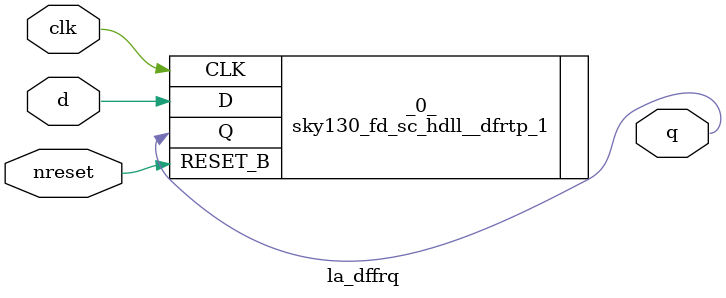
<source format=v>

/* Generated by Yosys 0.44 (git sha1 80ba43d26, g++ 11.4.0-1ubuntu1~22.04 -fPIC -O3) */

(* top =  1  *)
(* src = "inputs/la_dffrq.v:11.1-24.10" *)
module la_dffrq (
    d,
    clk,
    nreset,
    q
);
  (* src = "inputs/la_dffrq.v:15.16-15.19" *)
  input clk;
  wire clk;
  (* src = "inputs/la_dffrq.v:14.16-14.17" *)
  input d;
  wire d;
  (* src = "inputs/la_dffrq.v:16.16-16.22" *)
  input nreset;
  wire nreset;
  (* src = "inputs/la_dffrq.v:17.16-17.17" *)
  output q;
  wire q;
  (* src = "inputs/la_dffrq.v:20.3-22.17" *)
  sky130_fd_sc_hdll__dfrtp_1 _0_ (
      .CLK(clk),
      .D(d),
      .Q(q),
      .RESET_B(nreset)
  );
endmodule

</source>
